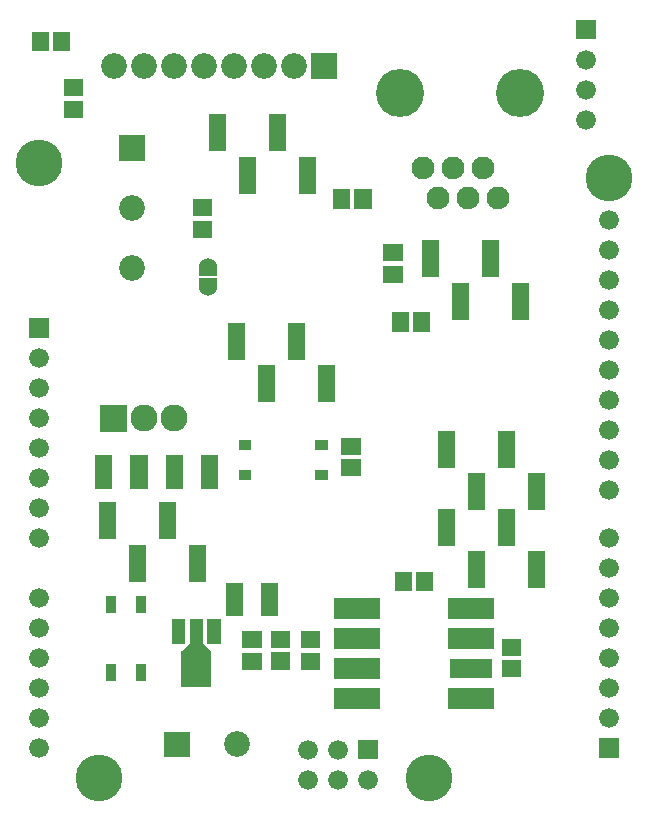
<source format=gbr>
G04 start of page 6 for group -4063 idx -4063 *
G04 Title: (unknown), componentmask *
G04 Creator: pcb 20140316 *
G04 CreationDate: Mon 19 Oct 2015 08:44:37 PM GMT UTC *
G04 For: ndholmes *
G04 Format: Gerber/RS-274X *
G04 PCB-Dimensions (mil): 2110.00 2710.00 *
G04 PCB-Coordinate-Origin: lower left *
%MOIN*%
%FSLAX25Y25*%
%LNTOPMASK*%
%ADD75R,0.0330X0.0330*%
%ADD74R,0.1005X0.1005*%
%ADD73R,0.0438X0.0438*%
%ADD72R,0.0620X0.0620*%
%ADD71R,0.0720X0.0720*%
%ADD70R,0.0300X0.0300*%
%ADD69C,0.0600*%
%ADD68R,0.0560X0.0560*%
%ADD67R,0.0572X0.0572*%
%ADD66C,0.1600*%
%ADD65C,0.0760*%
%ADD64C,0.0860*%
%ADD63C,0.0900*%
%ADD62C,0.1560*%
%ADD61C,0.0001*%
%ADD60C,0.0660*%
G54D60*X10500Y130500D03*
Y120500D03*
Y110500D03*
Y100500D03*
G54D61*G36*
X7200Y163800D02*Y157200D01*
X13800D01*
Y163800D01*
X7200D01*
G37*
G54D60*X10500Y150500D03*
Y140500D03*
G54D62*Y215500D03*
G54D63*X55400Y130400D03*
X45400D03*
G54D61*G36*
X30900Y134900D02*Y125900D01*
X39900D01*
Y134900D01*
X30900D01*
G37*
G54D64*X41500Y200500D03*
Y180500D03*
G54D60*X200500Y176500D03*
Y186500D03*
Y196500D03*
G54D61*G36*
X101200Y252100D02*Y243500D01*
X109800D01*
Y252100D01*
X101200D01*
G37*
G54D64*X95500Y247800D03*
X85500D03*
X75500D03*
X65500D03*
X55500D03*
X45500D03*
X35500D03*
G54D61*G36*
X37200Y224800D02*Y216200D01*
X45800D01*
Y224800D01*
X37200D01*
G37*
G54D65*X163400Y204000D03*
X158400Y214000D03*
X153400Y204000D03*
X148400Y214000D03*
X143400Y204000D03*
X138400Y214000D03*
G54D66*X170900Y239000D03*
X130900D03*
G54D62*X200500Y210500D03*
G54D61*G36*
X189700Y263300D02*Y256700D01*
X196300D01*
Y263300D01*
X189700D01*
G37*
G54D60*X193000Y250000D03*
Y240000D03*
Y230000D03*
G54D61*G36*
X197200Y23800D02*Y17200D01*
X203800D01*
Y23800D01*
X197200D01*
G37*
G54D60*X200500Y30500D03*
Y40500D03*
Y50500D03*
Y60500D03*
Y70500D03*
G54D62*X140500Y10500D03*
G54D60*X120300Y10000D03*
X110300D03*
X100300D03*
G54D61*G36*
X117000Y23300D02*Y16700D01*
X123600D01*
Y23300D01*
X117000D01*
G37*
G54D60*X110300Y20000D03*
X100300D03*
G54D61*G36*
X52300Y26000D02*Y17400D01*
X60900D01*
Y26000D01*
X52300D01*
G37*
G54D64*X76600Y21700D03*
G54D60*X200500Y80500D03*
Y90500D03*
Y106500D03*
Y116500D03*
Y126500D03*
Y136500D03*
Y146500D03*
Y156500D03*
Y166500D03*
X10500Y90500D03*
Y70500D03*
Y60500D03*
Y50500D03*
Y40500D03*
Y30500D03*
Y20500D03*
G54D62*X30500Y10500D03*
G54D67*X55595Y115255D02*Y109745D01*
X67405Y115255D02*Y109745D01*
X43905Y115255D02*Y109745D01*
X32095Y115255D02*Y109745D01*
G54D68*X63514Y85426D02*Y78773D01*
G54D69*X67000Y180900D03*
G54D70*X65500Y179400D02*X68500D01*
G54D69*X67000Y174100D03*
G54D70*X65500Y175600D02*X68500D01*
G54D68*X43514Y85426D02*Y78773D01*
X33514Y99599D02*Y92946D01*
G54D67*X21607Y240543D02*X22393D01*
X10957Y256393D02*Y255607D01*
X18043Y256393D02*Y255607D01*
X21607Y233457D02*X22393D01*
G54D68*X70000Y228913D02*Y222260D01*
G54D71*X112500Y67000D02*X120500D01*
X112500Y57000D02*X120500D01*
G54D67*X100607Y56543D02*X101393D01*
X100607Y49457D02*X101393D01*
G54D71*X112500Y47000D02*X120500D01*
X112500Y37000D02*X120500D01*
G54D72*X150500Y47000D02*X158500D01*
G54D71*X150500Y37000D02*X158500D01*
G54D67*X90607Y56586D02*X91393D01*
X90607Y49500D02*X91393D01*
X81107Y56543D02*X81893D01*
X81107Y49457D02*X81893D01*
X75690Y72755D02*Y67245D01*
X87500Y72755D02*Y67245D01*
G54D73*X68906Y61405D02*Y57311D01*
X63000Y61405D02*Y49595D01*
G54D74*Y47861D02*Y45971D01*
G54D61*G36*
X64885Y55850D02*X68149Y52586D01*
X66305Y50742D01*
X63041Y54006D01*
X64885Y55850D01*
G37*
G36*
X57851Y52586D02*X61115Y55850D01*
X62959Y54006D01*
X59695Y50742D01*
X57851Y52586D01*
G37*
G54D73*X57094Y61405D02*Y57311D01*
G54D75*X34500Y46950D02*Y44550D01*
X44500Y46950D02*Y44550D01*
Y69450D02*Y67050D01*
X34500Y69450D02*Y67050D01*
G54D68*X146500Y123413D02*Y116760D01*
X156500Y109240D02*Y102587D01*
X166500Y123413D02*Y116760D01*
X176500Y109240D02*Y102587D01*
G54D67*X114107Y121043D02*X114893D01*
X114107Y113957D02*X114893D01*
G54D75*X104300Y111500D02*X105200D01*
X104300Y121500D02*X105200D01*
X78800Y111500D02*X79700D01*
X78800Y121500D02*X79700D01*
G54D68*X53514Y99599D02*Y92946D01*
X146500Y97413D02*Y90760D01*
X166500Y97413D02*Y90760D01*
G54D67*X139043Y76393D02*Y75607D01*
X131957Y76393D02*Y75607D01*
X167607Y46957D02*X168393D01*
G54D68*X156500Y83240D02*Y76587D01*
X176500Y83240D02*Y76587D01*
G54D67*X167607Y54043D02*X168393D01*
G54D71*X150500Y67000D02*X158500D01*
X150500Y57000D02*X158500D01*
G54D67*X111457Y203893D02*Y203107D01*
G54D68*X100000Y214740D02*Y208087D01*
G54D67*X118543Y203893D02*Y203107D01*
X64607Y200543D02*X65393D01*
G54D68*X80000Y214740D02*Y208087D01*
X90000Y228913D02*Y222260D01*
G54D67*X64607Y193457D02*X65393D01*
G54D68*X76500Y159413D02*Y152760D01*
X86500Y145240D02*Y138587D01*
X96500Y159413D02*Y152760D01*
X106500Y145240D02*Y138587D01*
X141000Y186913D02*Y180260D01*
X151000Y172740D02*Y166087D01*
X161000Y186913D02*Y180260D01*
X171000Y172740D02*Y166087D01*
G54D67*X138043Y162893D02*Y162107D01*
X130957Y162893D02*Y162107D01*
X128107Y185543D02*X128893D01*
X128107Y178457D02*X128893D01*
M02*

</source>
